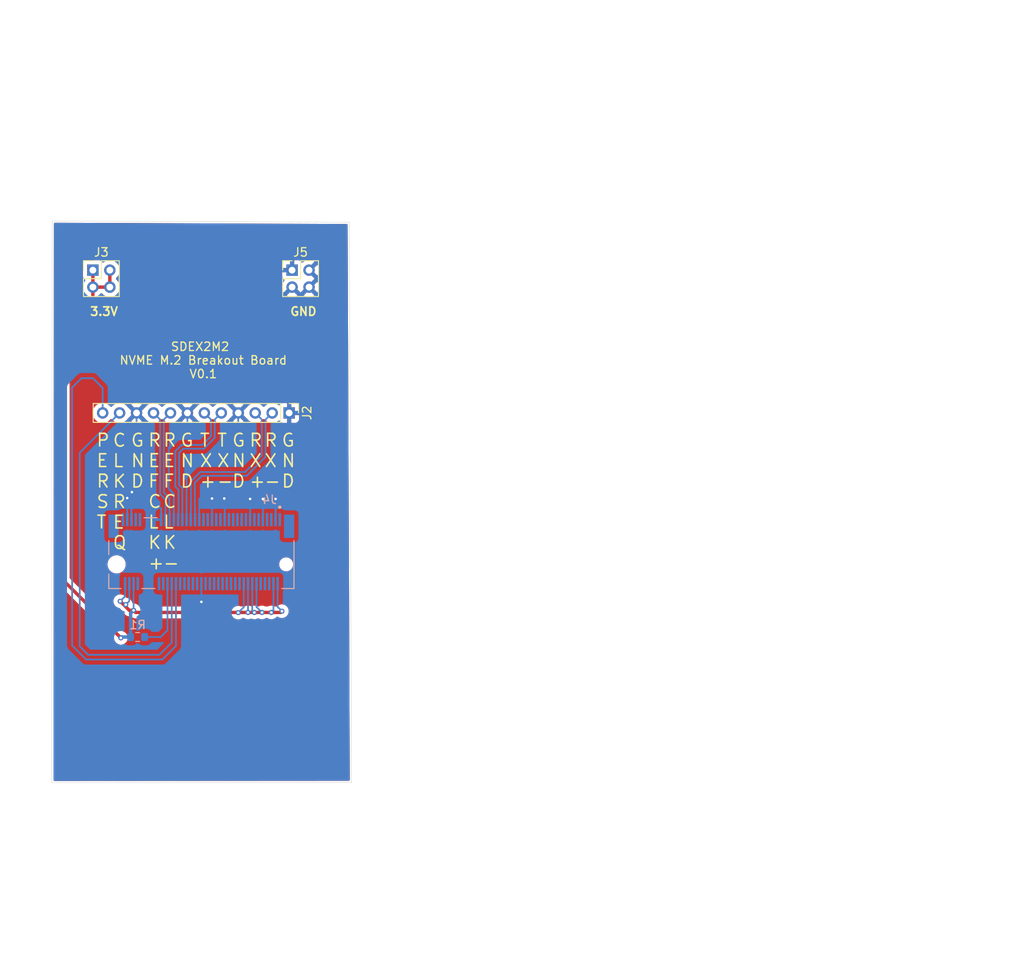
<source format=kicad_pcb>
(kicad_pcb (version 20241229) (generator "pcbnew") (generator_version "9.0")
  (layers (0 "F.Cu" signal) (2 "B.Cu" signal) (13 "F.Paste" user) (15 "B.Paste" user) (5 "F.SilkS" user "F.Silkscreen") (7 "B.SilkS" user "B.Silkscreen") (1 "F.Mask" user) (3 "B.Mask" user) (25 "Edge.Cuts" user))
  (net 0 "")
  (net 1 "/TX+")
  (net 2 "/TX-")
  (net 3 "/RX+")
  (net 4 "GND")
  (net 5 "/RX-")
  (net 6 "/REFCLK+")
  (net 7 "/REFCLK-")
  (net 8 "/PERST")
  (net 9 "/CLKREQ")
  (net 10 "/3.3V")
  (net 43 "Net-(J4-Pad54)")
  (footprint "Connector_PinHeader_2.00mm:PinHeader_1x12_P2.00mm_Vertical" (layer "F.Cu") (at 151.35 126.45 -90)
    (property "Reference" "J2" (at 0 -2.11 90) (layer "F.SilkS"))
    (property "Value" "Conn_01x12_Pin")
    (fp_line (start -1.11 23.11) (end 1.11 23.11) (stroke (width 0.12)) (layer "F.SilkS"))
    (fp_line (start -1.11 1) (end -1.11 23.11) (stroke (width 0.12)) (layer "F.SilkS"))
    (fp_line (start -1.11 1) (end 1.11 1) (stroke (width 0.12)) (layer "F.SilkS"))
    (fp_line (start 1.11 1) (end 1.11 23.11) (stroke (width 0.12)) (layer "F.SilkS"))
    (fp_line (start -1.11 0) (end -1.11 -1.11) (stroke (width 0.12)) (layer "F.SilkS"))
    (fp_line (start -1.11 -1.11) (end 0 -1.11) (stroke (width 0.12)) (layer "F.SilkS"))
    (pad "1" thru_hole rect (at 0 0 270) (size 1.35 1.35) (drill 0.8) (layers "*.Cu" "*.Mask") (net 4 "GND"))
    (pad "2" thru_hole circle (at 0 2 270) (size 1.35 1.35) (drill 0.8) (layers "*.Cu" "*.Mask") (net 5 "/RX-"))
    (pad "3" thru_hole circle (at 0 4 270) (size 1.35 1.35) (drill 0.8) (layers "*.Cu" "*.Mask") (net 3 "/RX+"))
    (pad "4" thru_hole circle (at 0 6 270) (size 1.35 1.35) (drill 0.8) (layers "*.Cu" "*.Mask") (net 4 "GND"))
    (pad "5" thru_hole circle (at 0 8 270) (size 1.35 1.35) (drill 0.8) (layers "*.Cu" "*.Mask") (net 2 "/TX-"))
    (pad "6" thru_hole circle (at 0 10 270) (size 1.35 1.35) (drill 0.8) (layers "*.Cu" "*.Mask") (net 1 "/TX+"))
    (pad "7" thru_hole circle (at 0 12 270) (size 1.35 1.35) (drill 0.8) (layers "*.Cu" "*.Mask") (net 4 "GND"))
    (pad "8" thru_hole circle (at 0 14 270) (size 1.35 1.35) (drill 0.8) (layers "*.Cu" "*.Mask") (net 7 "/REFCLK-"))
    (pad "9" thru_hole circle (at 0 16 270) (size 1.35 1.35) (drill 0.8) (layers "*.Cu" "*.Mask") (net 6 "/REFCLK+"))
    (pad "10" thru_hole circle (at 0 18 270) (size 1.35 1.35) (drill 0.8) (layers "*.Cu" "*.Mask") (net 4 "GND"))
    (pad "11" thru_hole circle (at 0 20 270) (size 1.35 1.35) (drill 0.8) (layers "*.Cu" "*.Mask") (net 9 "/CLKREQ"))
    (pad "12" thru_hole circle (at 0 22 270) (size 1.35 1.35) (drill 0.8) (layers "*.Cu" "*.Mask") (net 8 "/PERST"))
  )
  (footprint "Connector_PinHeader_2.00mm:PinHeader_2x02_P2.00mm_Vertical" (layer "F.Cu") (at 128.2 109.6)
    (property "Reference" "J3" (at 1 -2.11 0) (layer "F.SilkS"))
    (property "Value" "Conn_02x02_Counter_Clockwise")
    (fp_line (start -1.11 -1.11) (end 0 -1.11) (stroke (width 0.12)) (layer "F.SilkS"))
    (fp_line (start -1.11 0) (end -1.11 -1.11) (stroke (width 0.12)) (layer "F.SilkS"))
    (fp_line (start -1.11 1) (end -1.11 3.11) (stroke (width 0.12)) (layer "F.SilkS"))
    (fp_line (start -1.11 1) (end 1 1) (stroke (width 0.12)) (layer "F.SilkS"))
    (fp_line (start -1.11 3.11) (end 3.11 3.11) (stroke (width 0.12)) (layer "F.SilkS"))
    (fp_line (start 1 -1.11) (end 3.11 -1.11) (stroke (width 0.12)) (layer "F.SilkS"))
    (fp_line (start 1 1) (end 1 -1.11) (stroke (width 0.12)) (layer "F.SilkS"))
    (fp_line (start 3.11 -1.11) (end 3.11 3.11) (stroke (width 0.12)) (layer "F.SilkS"))
    (pad "1" thru_hole rect (at 0 0) (size 1.35 1.35) (drill 0.8) (layers "*.Cu" "*.Mask") (net 10 "/3.3V"))
    (pad "2" thru_hole circle (at 2 0) (size 1.35 1.35) (drill 0.8) (layers "*.Cu" "*.Mask") (net 10 "/3.3V"))
    (pad "3" thru_hole circle (at 0 2) (size 1.35 1.35) (drill 0.8) (layers "*.Cu" "*.Mask") (net 10 "/3.3V"))
    (pad "4" thru_hole circle (at 2 2) (size 1.35 1.35) (drill 0.8) (layers "*.Cu" "*.Mask") (net 10 "/3.3V"))
  )
  (footprint "Connector_PinHeader_2.00mm:PinHeader_2x02_P2.00mm_Vertical" (layer "F.Cu") (at 151.7 109.6)
    (property "Reference" "J5" (at 1 -2.11 0) (layer "F.SilkS"))
    (property "Value" "Conn_02x02_Counter_Clockwise")
    (fp_line (start -1.11 -1.11) (end 0 -1.11) (stroke (width 0.12)) (layer "F.SilkS"))
    (fp_line (start -1.11 0) (end -1.11 -1.11) (stroke (width 0.12)) (layer "F.SilkS"))
    (fp_line (start -1.11 1) (end -1.11 3.11) (stroke (width 0.12)) (layer "F.SilkS"))
    (fp_line (start -1.11 1) (end 1 1) (stroke (width 0.12)) (layer "F.SilkS"))
    (fp_line (start -1.11 3.11) (end 3.11 3.11) (stroke (width 0.12)) (layer "F.SilkS"))
    (fp_line (start 1 -1.11) (end 3.11 -1.11) (stroke (width 0.12)) (layer "F.SilkS"))
    (fp_line (start 1 1) (end 1 -1.11) (stroke (width 0.12)) (layer "F.SilkS"))
    (fp_line (start 3.11 -1.11) (end 3.11 3.11) (stroke (width 0.12)) (layer "F.SilkS"))
    (pad "1" thru_hole rect (at 0 0) (size 1.35 1.35) (drill 0.8) (layers "*.Cu" "*.Mask") (net 4 "GND"))
    (pad "2" thru_hole circle (at 2 0) (size 1.35 1.35) (drill 0.8) (layers "*.Cu" "*.Mask") (net 4 "GND"))
    (pad "3" thru_hole circle (at 0 2) (size 1.35 1.35) (drill 0.8) (layers "*.Cu" "*.Mask") (net 4 "GND"))
    (pad "4" thru_hole circle (at 2 2) (size 1.35 1.35) (drill 0.8) (layers "*.Cu" "*.Mask") (net 4 "GND"))
  )
  (footprint "10130616-067R2LF:AMPHENOL_10130616-067R2LF" (layer "B.Cu") (at 141 144.325 180)
    (property "Reference" "J4" (at -8.025 7.635 0) (layer "B.SilkS") (effects (justify mirror)))
    (property "Value" "10130616-067R2LF")
    (fp_line (start 10.925 1.145) (end 10.925 2.805) (stroke (width 0.127)) (layer "B.SilkS"))
    (fp_line (start 10.925 -2.85) (end 10.925 -1.145) (stroke (width 0.127)) (layer "B.SilkS"))
    (fp_line (start 9.47 -2.85) (end 10.925 -2.85) (stroke (width 0.127)) (layer "B.SilkS"))
    (fp_line (start 5.47 -2.85) (end 7.03 -2.85) (stroke (width 0.127)) (layer "B.SilkS"))
    (fp_line (start 5.22 5.5) (end 6.78 5.5) (stroke (width 0.127)) (layer "B.SilkS"))
    (fp_line (start -10.925 -2.85) (end -9.47 -2.85) (stroke (width 0.127)) (layer "B.SilkS"))
    (fp_line (start -10.925 -2.85) (end -10.925 2.805) (stroke (width 0.127)) (layer "B.SilkS"))
    (fp_circle (center -9.25 6.75) (end -9.15 6.75) (stroke (width 0.2)) (fill no) (layer "B.SilkS"))
    (pad "" np_thru_hole circle (at -10 0 180) (size 1.15 1.15) (drill 1.15) (layers "*.Cu" "*.Mask"))
    (pad "" np_thru_hole circle (at 10 0 180) (size 1.65 1.65) (drill 1.65) (layers "*.Cu" "*.Mask"))
    (pad "1" smd rect (at -9.25 5.275 180) (size 0.3 1.55) (layers "B.Cu" "B.Mask" "B.Paste"))
    (pad "2" smd rect (at -9 -2.275 180) (size 0.3 1.55) (layers "B.Cu" "B.Mask" "B.Paste") (net 10 "/3.3V"))
    (pad "3" smd rect (at -8.75 5.275 180) (size 0.3 1.55) (layers "B.Cu" "B.Mask" "B.Paste") (net 4 "GND"))
    (pad "4" smd rect (at -8.5 -2.275 180) (size 0.3 1.55) (layers "B.Cu" "B.Mask" "B.Paste") (net 10 "/3.3V"))
    (pad "5" smd rect (at -8.25 5.275 180) (size 0.3 1.55) (layers "B.Cu" "B.Mask" "B.Paste"))
    (pad "6" smd rect (at -8 -2.275 180) (size 0.3 1.55) (layers "B.Cu" "B.Mask" "B.Paste"))
    (pad "7" smd rect (at -7.75 5.275 180) (size 0.3 1.55) (layers "B.Cu" "B.Mask" "B.Paste"))
    (pad "8" smd rect (at -7.5 -2.275 180) (size 0.3 1.55) (layers "B.Cu" "B.Mask" "B.Paste"))
    (pad "9" smd rect (at -7.25 5.275 180) (size 0.3 1.55) (layers "B.Cu" "B.Mask" "B.Paste") (net 4 "GND"))
    (pad "10" smd rect (at -7 -2.275 180) (size 0.3 1.55) (layers "B.Cu" "B.Mask" "B.Paste"))
    (pad "11" smd rect (at -6.75 5.275 180) (size 0.3 1.55) (layers "B.Cu" "B.Mask" "B.Paste"))
    (pad "12" smd rect (at -6.5 -2.275 180) (size 0.3 1.55) (layers "B.Cu" "B.Mask" "B.Paste") (net 10 "/3.3V"))
    (pad "13" smd rect (at -6.25 5.275 180) (size 0.3 1.55) (layers "B.Cu" "B.Mask" "B.Paste"))
    (pad "14" smd rect (at -6 -2.275 180) (size 0.3 1.55) (layers "B.Cu" "B.Mask" "B.Paste") (net 10 "/3.3V"))
    (pad "15" smd rect (at -5.75 5.275 180) (size 0.3 1.55) (layers "B.Cu" "B.Mask" "B.Paste") (net 4 "GND"))
    (pad "16" smd rect (at -5.5 -2.275 180) (size 0.3 1.55) (layers "B.Cu" "B.Mask" "B.Paste") (net 10 "/3.3V"))
    (pad "17" smd rect (at -5.25 5.275 180) (size 0.3 1.55) (layers "B.Cu" "B.Mask" "B.Paste"))
    (pad "18" smd rect (at -5 -2.275 180) (size 0.3 1.55) (layers "B.Cu" "B.Mask" "B.Paste") (net 10 "/3.3V"))
    (pad "19" smd rect (at -4.75 5.275 180) (size 0.3 1.55) (layers "B.Cu" "B.Mask" "B.Paste"))
    (pad "20" smd rect (at -4.5 -2.275 180) (size 0.3 1.55) (layers "B.Cu" "B.Mask" "B.Paste"))
    (pad "21" smd rect (at -4.25 5.275 180) (size 0.3 1.55) (layers "B.Cu" "B.Mask" "B.Paste"))
    (pad "22" smd rect (at -4 -2.275 180) (size 0.3 1.55) (layers "B.Cu" "B.Mask" "B.Paste"))
    (pad "23" smd rect (at -3.75 5.275 180) (size 0.3 1.55) (layers "B.Cu" "B.Mask" "B.Paste"))
    (pad "24" smd rect (at -3.5 -2.275 180) (size 0.3 1.55) (layers "B.Cu" "B.Mask" "B.Paste"))
    (pad "25" smd rect (at -3.25 5.275 180) (size 0.3 1.55) (layers "B.Cu" "B.Mask" "B.Paste"))
    (pad "26" smd rect (at -3 -2.275 180) (size 0.3 1.55) (layers "B.Cu" "B.Mask" "B.Paste"))
    (pad "27" smd rect (at -2.75 5.275 180) (size 0.3 1.55) (layers "B.Cu" "B.Mask" "B.Paste") (net 4 "GND"))
    (pad "28" smd rect (at -2.5 -2.275 180) (size 0.3 1.55) (layers "B.Cu" "B.Mask" "B.Paste"))
    (pad "29" smd rect (at -2.25 5.275 180) (size 0.3 1.55) (layers "B.Cu" "B.Mask" "B.Paste"))
    (pad "30" smd rect (at -2 -2.275 180) (size 0.3 1.55) (layers "B.Cu" "B.Mask" "B.Paste"))
    (pad "31" smd rect (at -1.75 5.275 180) (size 0.3 1.55) (layers "B.Cu" "B.Mask" "B.Paste"))
    (pad "32" smd rect (at -1.5 -2.275 180) (size 0.3 1.55) (layers "B.Cu" "B.Mask" "B.Paste"))
    (pad "33" smd rect (at -1.25 5.275 180) (size 0.3 1.55) (layers "B.Cu" "B.Mask" "B.Paste") (net 4 "GND"))
    (pad "34" smd rect (at -1 -2.275 180) (size 0.3 1.55) (layers "B.Cu" "B.Mask" "B.Paste"))
    (pad "35" smd rect (at -0.75 5.275 180) (size 0.3 1.55) (layers "B.Cu" "B.Mask" "B.Paste"))
    (pad "36" smd rect (at -0.5 -2.275 180) (size 0.3 1.55) (layers "B.Cu" "B.Mask" "B.Paste"))
    (pad "37" smd rect (at -0.25 5.275 180) (size 0.3 1.55) (layers "B.Cu" "B.Mask" "B.Paste"))
    (pad "38" smd rect (at 0 -2.275 180) (size 0.3 1.55) (layers "B.Cu" "B.Mask" "B.Paste") (net 4 "GND"))
    (pad "39" smd rect (at 0.25 5.275 180) (size 0.3 1.55) (layers "B.Cu" "B.Mask" "B.Paste") (net 4 "GND"))
    (pad "40" smd rect (at 0.5 -2.275 180) (size 0.3 1.55) (layers "B.Cu" "B.Mask" "B.Paste"))
    (pad "41" smd rect (at 0.75 5.275 180) (size 0.3 1.55) (layers "B.Cu" "B.Mask" "B.Paste") (net 5 "/RX-"))
    (pad "42" smd rect (at 1 -2.275 180) (size 0.3 1.55) (layers "B.Cu" "B.Mask" "B.Paste"))
    (pad "43" smd rect (at 1.25 5.275 180) (size 0.3 1.55) (layers "B.Cu" "B.Mask" "B.Paste") (net 3 "/RX+"))
    (pad "44" smd rect (at 1.5 -2.275 180) (size 0.3 1.55) (layers "B.Cu" "B.Mask" "B.Paste"))
    (pad "45" smd rect (at 1.75 5.275 180) (size 0.3 1.55) (layers "B.Cu" "B.Mask" "B.Paste") (net 4 "GND"))
    (pad "46" smd rect (at 2 -2.275 180) (size 0.3 1.55) (layers "B.Cu" "B.Mask" "B.Paste"))
    (pad "47" smd rect (at 2.25 5.275 180) (size 0.3 1.55) (layers "B.Cu" "B.Mask" "B.Paste") (net 2 "/TX-"))
    (pad "48" smd rect (at 2.5 -2.275 180) (size 0.3 1.55) (layers "B.Cu" "B.Mask" "B.Paste"))
    (pad "49" smd rect (at 2.75 5.275 180) (size 0.3 1.55) (layers "B.Cu" "B.Mask" "B.Paste") (net 1 "/TX+"))
    (pad "50" smd rect (at 3 -2.275 180) (size 0.3 1.55) (layers "B.Cu" "B.Mask" "B.Paste") (net 8 "/PERST"))
    (pad "51" smd rect (at 3.25 5.275 180) (size 0.3 1.55) (layers "B.Cu" "B.Mask" "B.Paste") (net 4 "GND"))
    (pad "52" smd rect (at 3.5 -2.275 180) (size 0.3 1.55) (layers "B.Cu" "B.Mask" "B.Paste") (net 9 "/CLKREQ"))
    (pad "53" smd rect (at 3.75 5.275 180) (size 0.3 1.55) (layers "B.Cu" "B.Mask" "B.Paste") (net 7 "/REFCLK-"))
    (pad "54" smd rect (at 4 -2.275 180) (size 0.3 1.55) (layers "B.Cu" "B.Mask" "B.Paste") (net 43 "Net-(J4-Pad54)"))
    (pad "55" smd rect (at 4.25 5.275 180) (size 0.3 1.55) (layers "B.Cu" "B.Mask" "B.Paste") (net 6 "/REFCLK+"))
    (pad "56" smd rect (at 4.5 -2.275 180) (size 0.3 1.55) (layers "B.Cu" "B.Mask" "B.Paste"))
    (pad "57" smd rect (at 4.75 5.275 180) (size 0.3 1.55) (layers "B.Cu" "B.Mask" "B.Paste") (net 4 "GND"))
    (pad "58" smd rect (at 5 -2.275 180) (size 0.3 1.55) (layers "B.Cu" "B.Mask" "B.Paste"))
    (pad "67" smd rect (at 7.25 5.275 180) (size 0.3 1.55) (layers "B.Cu" "B.Mask" "B.Paste"))
    (pad "68" smd rect (at 7.5 -2.275 180) (size 0.3 1.55) (layers "B.Cu" "B.Mask" "B.Paste"))
    (pad "69" smd rect (at 7.75 5.275 180) (size 0.3 1.55) (layers "B.Cu" "B.Mask" "B.Paste"))
    (pad "70" smd rect (at 8 -2.275 180) (size 0.3 1.55) (layers "B.Cu" "B.Mask" "B.Paste") (net 10 "/3.3V"))
    (pad "71" smd rect (at 8.25 5.275 180) (size 0.3 1.55) (layers "B.Cu" "B.Mask" "B.Paste") (net 4 "GND"))
    (pad "72" smd rect (at 8.5 -2.275 180) (size 0.3 1.55) (layers "B.Cu" "B.Mask" "B.Paste") (net 10 "/3.3V"))
    (pad "73" smd rect (at 8.75 5.275 180) (size 0.3 1.55) (layers "B.Cu" "B.Mask" "B.Paste") (net 4 "GND"))
    (pad "74" smd rect (at 9 -2.275 180) (size 0.3 1.55) (layers "B.Cu" "B.Mask" "B.Paste") (net 10 "/3.3V"))
    (pad "75" smd rect (at 9.25 5.275 180) (size 0.3 1.55) (layers "B.Cu" "B.Mask" "B.Paste"))
    (pad "SH1" smd rect (at -10.35 4.5 180) (size 1.2 2.75) (layers "B.Cu" "B.Mask" "B.Paste"))
    (pad "SH2" smd rect (at 10.35 4.5 180) (size 1.2 2.75) (layers "B.Cu" "B.Mask" "B.Paste"))
  )
  (footprint "Resistor_SMD:R_0603_1608Metric" (layer "B.Cu") (at 133.475 152.9 180)
    (property "Reference" "R1" (at 0 1.43 0) (layer "B.SilkS") (effects (justify mirror)))
    (property "Value" "R_Small (Pull-Up) 33kΩ")
    (fp_line (start -0.237258 0.5225) (end 0.237258 0.5225) (stroke (width 0.12)) (layer "B.SilkS"))
    (fp_line (start -0.237258 -0.5225) (end 0.237258 -0.5225) (stroke (width 0.12)) (layer "B.SilkS"))
    (pad "1" smd roundrect (at -0.825 0 180) (size 0.8 0.95) (layers "B.Cu" "B.Mask" "B.Paste") (net 43 "Net-(J4-Pad54)"))
    (pad "2" smd roundrect (at 0.825 0 180) (size 0.8 0.95) (layers "B.Cu" "B.Mask" "B.Paste") (net 10 "/3.3V"))
  )
  (gr_line (start 123.35 170.09) (end 158.71 170.07) (stroke (width 0.05)) (layer "Edge.Cuts"))
  (gr_line (start 158.45 103.95) (end 158.71 170.07) (stroke (width 0.05)) (layer "Edge.Cuts"))
  (gr_line (start 123.4 103.8) (end 123.35 170.09) (stroke (width 0.05)) (layer "Edge.Cuts"))
  (gr_line (start 123.4 103.8) (end 158.45 103.95) (stroke (width 0.05)) (layer "Edge.Cuts"))
  (gr_text "3.3V" (at 127.762 115.062 0) (layer "F.SilkS") (effects (font (size 1 1) (thickness 0.2) (bold yes)) (justify left bottom)))
  (gr_text "GND" (at 151.384 115.062 0) (layer "F.SilkS") (effects (font (size 1 1) (thickness 0.2) (bold yes)) (justify left bottom)))
  (gr_text "T\nX\n+" (at 140.716 135.382 0) (layer "F.SilkS") (effects (font (size 1.5 1.5) (thickness 0.1875)) (justify left bottom)))
  (gr_text "R\nX\n+" (at 146.558 135.382 0) (layer "F.SilkS") (effects (font (size 1.5 1.5) (thickness 0.1875)) (justify left bottom)))
  (gr_text "SDEX2M2 \nNVME M.2 Breakout Board\nV0.1" (at 141.224 122.428 0) (layer "F.SilkS") (effects (font (size 1 1)) (justify bottom)))
  (gr_text "G\nN\nD" (at 150.368 135.382 0) (layer "F.SilkS") (effects (font (size 1.5 1.5) (thickness 0.1875)) (justify left bottom)))
  (gr_text "G\nN\nD" (at 138.43 135.382 0) (layer "F.SilkS") (effects (font (size 1.5 1.5) (thickness 0.1875)) (justify left bottom)))
  (gr_text "P\nE\nR\nS\nT" (at 128.524 140.208 0) (layer "F.SilkS") (effects (font (size 1.5 1.5) (thickness 0.1875)) (justify left bottom)))
  (gr_text "G\nN\nD" (at 132.588 135.382 0) (layer "F.SilkS") (effects (font (size 1.5 1.5) (thickness 0.1875)) (justify left bottom)))
  (gr_text "G\nN\nD" (at 144.526 135.382 0) (layer "F.SilkS") (effects (font (size 1.5 1.5) (thickness 0.1875)) (justify left bottom)))
  (gr_text "R\nE\nF\nC\nL\nK\n+" (at 134.62 145.034 0) (layer "F.SilkS") (effects (font (size 1.5 1.5) (thickness 0.1875)) (justify left bottom)))
  (gr_text "T\nX\n-" (at 142.748 135.382 0) (layer "F.SilkS") (effects (font (size 1.5 1.5) (thickness 0.1875)) (justify left bottom)))
  (gr_text "R\nE\nF\nC\nL\nK\n-" (at 136.398 145.034 0) (layer "F.SilkS") (effects (font (size 1.5 1.5) (thickness 0.1875)) (justify left bottom)))
  (gr_text "R\nX\n-" (at 148.336 135.382 0) (layer "F.SilkS") (effects (font (size 1.5 1.5) (thickness 0.1875)) (justify left bottom)))
  (gr_text "C\nL\nK\nR\nE\nQ" (at 130.451552 142.634195 0) (layer "F.SilkS") (effects (font (size 1.5 1.5) (thickness 0.1875)) (justify left bottom)))
  (segment (start 138.299999 139.000001) (end 138.25 139.05) (width 0.2) (layer "B.Cu") (net 1))
  (segment (start 137.925 130.956802) (end 137.925 135.143198) (width 0.2) (layer "B.Cu") (net 1))
  (segment (start 141.35 126.45) (end 142.124999 127.224999) (width 0.2) (layer "B.Cu") (net 1))
  (segment (start 142.124999 129.206803) (end 141.106802 130.225) (width 0.2) (layer "B.Cu") (net 1))
  (segment (start 141.106802 130.225) (end 138.656802 130.225) (width 0.2) (layer "B.Cu") (net 1))
  (segment (start 138.299999 135.518197) (end 138.299999 139.000001) (width 0.2) (layer "B.Cu") (net 1))
  (segment (start 142.124999 127.224999) (end 142.124999 129.206803) (width 0.2) (layer "B.Cu") (net 1))
  (segment (start 138.656802 130.225) (end 137.925 130.956802) (width 0.2) (layer "B.Cu") (net 1))
  (segment (start 137.925 135.143198) (end 138.299999 135.518197) (width 0.2) (layer "B.Cu") (net 1))
  (segment (start 138.375 134.956802) (end 138.75 135.331802) (width 0.2) (layer "B.Cu") (net 2))
  (segment (start 143.35 126.45) (end 142.575001 127.224999) (width 0.2) (layer "B.Cu") (net 2))
  (segment (start 138.375 131.143198) (end 138.375 134.956802) (width 0.2) (layer "B.Cu") (net 2))
  (segment (start 142.575001 127.224999) (end 142.575001 129.393197) (width 0.2) (layer "B.Cu") (net 2))
  (segment (start 138.843198 130.675) (end 138.375 131.143198) (width 0.2) (layer "B.Cu") (net 2))
  (segment (start 138.75 135.331802) (end 138.75 139.05) (width 0.2) (layer "B.Cu") (net 2))
  (segment (start 141.293198 130.675) (end 138.843198 130.675) (width 0.2) (layer "B.Cu") (net 2))
  (segment (start 142.575001 129.393197) (end 141.293198 130.675) (width 0.2) (layer "B.Cu") (net 2))
  (segment (start 146.156802 133.425) (end 148.124999 131.456803) (width 0.2) (layer "B.Cu") (net 3))
  (segment (start 148.124999 127.224999) (end 147.35 126.45) (width 0.2) (layer "B.Cu") (net 3))
  (segment (start 148.124999 131.456803) (end 148.124999 127.224999) (width 0.2) (layer "B.Cu") (net 3))
  (segment (start 139.775 134.506802) (end 140.856802 133.425) (width 0.2) (layer "B.Cu") (net 3))
  (segment (start 140.856802 133.425) (end 146.156802 133.425) (width 0.2) (layer "B.Cu") (net 3))
  (segment (start 139.75 139.05) (end 139.75 137.887499) (width 0.2) (layer "B.Cu") (net 3))
  (segment (start 139.75 137.887499) (end 139.775 137.862499) (width 0.2) (layer "B.Cu") (net 3))
  (segment (start 139.775 137.862499) (end 139.775 134.506802) (width 0.2) (layer "B.Cu") (net 3))
  (via (at 148.25 136.6) (size 0.6) (drill 0.3) (layers "F.Cu" "B.Cu") (net 4))
  (via (at 146.75 136.6) (size 0.6) (drill 0.3) (layers "F.Cu" "B.Cu") (net 4))
  (via (at 132.25 136.5) (size 0.6) (drill 0.3) (layers "F.Cu" "B.Cu") (net 4))
  (via (at 132.8 135.8) (size 0.6) (drill 0.3) (layers "F.Cu" "B.Cu") (net 4))
  (via (at 143.7 136.55) (size 0.6) (drill 0.3) (layers "F.Cu" "B.Cu") (net 4))
  (via (at 141 148.75) (size 0.6) (drill 0.3) (layers "F.Cu" "B.Cu") (net 4))
  (via (at 142.25 136.55) (size 0.6) (drill 0.3) (layers "F.Cu" "B.Cu") (net 4))
  (via (at 149.75 136.6) (size 0.6) (drill 0.3) (layers "F.Cu" "B.Cu") (net 4))
  (segment (start 146.75 139.05) (end 146.75 136.6) (width 0.2) (layer "B.Cu") (net 4))
  (segment (start 147.65 134.75) (end 147.7 134.8) (width 0.2) (layer "B.Cu") (net 4))
  (segment (start 132.25 139.05) (end 132.25 136.5) (width 0.2) (layer "B.Cu") (net 4))
  (segment (start 139.25 139.05) (end 139.25 133.65) (width 0.2) (layer "B.Cu") (net 4))
  (segment (start 133.35 129.35) (end 133.35 126.45) (width 0.2) (layer "B.Cu") (net 4))
  (segment (start 135.6 131.6) (end 133.35 129.35) (width 0.2) (layer "B.Cu") (net 4))
  (segment (start 136.25 139.05) (end 136.25 137.75) (width 0.2) (layer "B.Cu") (net 4))
  (segment (start 142.6 134.75) (end 147.65 134.75) (width 0.2) (layer "B.Cu") (net 4))
  (segment (start 148.25 139.05) (end 148.25 136.6) (width 0.2) (layer "B.Cu") (net 4))
  (segment (start 156.67 137.98) (end 156.68 137.97) (width 0.2) (layer "B.Cu") (net 4))
  (segment (start 138.15 129.55) (end 138.85 129.55) (width 0.2) (layer "B.Cu") (net 4))
  (segment (start 143.75 139.05) (end 143.75 136.6) (width 0.2) (layer "B.Cu") (net 4))
  (segment (start 132.75 135.85) (end 132.8 135.8) (width 0.2) (layer "B.Cu") (net 4))
  (segment (start 145.35 131.85) (end 145.35 126.45) (width 0.2) (layer "B.Cu") (net 4))
  (segment (start 151.35 131.15) (end 151.35 126.45) (width 0.2) (layer "B.Cu") (net 4))
  (segment (start 149.75 139.05) (end 149.75 136.6) (width 0.2) (layer "B.Cu") (net 4))
  (segment (start 132.75 139.05) (end 132.75 135.85) (width 0.2) (layer "B.Cu") (net 4))
  (segment (start 137.75 136) (end 137.75 139.05) (width 0.2) (layer "B.Cu") (net 4))
  (segment (start 139.35 129.05) (end 139.35 126.45) (width 0.2) (layer "B.Cu") (net 4))
  (segment (start 139.25 133.65) (end 140.45 132.45) (width 0.2) (layer "B.Cu") (net 4))
  (segment (start 143.75 136.6) (end 143.7 136.55) (width 0.2) (layer "B.Cu") (net 4))
  (segment (start 137.15 135.4) (end 137.15 130.55) (width 0.2) (layer "B.Cu") (net 4))
  (segment (start 140.45 132.45) (end 144.75 132.45) (width 0.2) (layer "B.Cu") (net 4))
  (segment (start 141 146.6) (end 141 148.75) (width 0.2) (layer "B.Cu") (net 4))
  (segment (start 140.75 136.6) (end 142.6 134.75) (width 0.2) (layer "B.Cu") (net 4))
  (segment (start 137.15 130.55) (end 138.15 129.55) (width 0.2) (layer "B.Cu") (net 4))
  (segment (start 144.75 132.45) (end 145.35 131.85) (width 0.2) (layer "B.Cu") (net 4))
  (segment (start 147.7 134.8) (end 151.35 131.15) (width 0.2) (layer "B.Cu") (net 4))
  (segment (start 140.75 139.05) (end 140.75 136.6) (width 0.2) (layer "B.Cu") (net 4))
  (segment (start 138.85 129.55) (end 139.35 129.05) (width 0.2) (layer "B.Cu") (net 4))
  (segment (start 136.25 137.75) (end 135.6 137.1) (width 0.2) (layer "B.Cu") (net 4))
  (segment (start 135.6 137.1) (end 135.6 131.6) (width 0.2) (layer "B.Cu") (net 4))
  (segment (start 153.75 109.55) (end 153.7 109.6) (width 0.2) (layer "B.Cu") (net 4))
  (segment (start 137.15 135.4) (end 137.75 136) (width 0.2) (layer "B.Cu") (net 4))
  (segment (start 156.66 149.28) (end 156.69 149.25) (width 0.2) (layer "B.Cu") (net 4))
  (segment (start 142.25 139.05) (end 142.25 136.55) (width 0.2) (layer "B.Cu") (net 4))
  (segment (start 148.575001 131.643197) (end 148.575001 127.224999) (width 0.2) (layer "B.Cu") (net 5))
  (segment (start 140.225 137.862499) (end 140.225 134.693198) (width 0.2) (layer "B.Cu") (net 5))
  (segment (start 140.25 139.05) (end 140.25 137.887499) (width 0.2) (layer "B.Cu") (net 5))
  (segment (start 140.25 137.887499) (end 140.225 137.862499) (width 0.2) (layer "B.Cu") (net 5))
  (segment (start 148.575001 127.224999) (end 149.35 126.45) (width 0.2) (layer "B.Cu") (net 5))
  (segment (start 140.225 134.693198) (end 141.043198 133.875) (width 0.2) (layer "B.Cu") (net 5))
  (segment (start 141.043198 133.875) (end 146.343198 133.875) (width 0.2) (layer "B.Cu") (net 5))
  (segment (start 146.343198 133.875) (end 148.575001 131.643197) (width 0.2) (layer "B.Cu") (net 5))
  (segment (start 135.35 126.45) (end 136.124999 127.224999) (width 0.2) (layer "B.Cu") (net 6))
  (segment (start 136.75 137.887499) (end 136.75 139.05) (width 0.2) (layer "B.Cu") (net 6))
  (segment (start 136.124999 127.224999) (end 136.124999 136.043197) (width 0.2) (layer "B.Cu") (net 6))
  (segment (start 136.775 137.862499) (end 136.75 137.887499) (width 0.2) (layer "B.Cu") (net 6))
  (segment (start 136.124999 136.043197) (end 136.775 136.693198) (width 0.2) (layer "B.Cu") (net 6))
  (segment (start 136.775 136.693198) (end 136.775 137.862499) (width 0.2) (layer "B.Cu") (net 6))
  (segment (start 137.225 136.506802) (end 137.225 137.862499) (width 0.2) (layer "B.Cu") (net 7))
  (segment (start 137.25 137.887499) (end 137.25 139.05) (width 0.2) (layer "B.Cu") (net 7))
  (segment (start 137.225 137.862499) (end 137.25 137.887499) (width 0.2) (layer "B.Cu") (net 7))
  (segment (start 136.575001 127.224999) (end 136.575001 135.856803) (width 0.2) (layer "B.Cu") (net 7))
  (segment (start 137.35 126.45) (end 136.575001 127.224999) (width 0.2) (layer "B.Cu") (net 7))
  (segment (start 136.575001 135.856803) (end 137.225 136.506802) (width 0.2) (layer "B.Cu") (net 7))
  (segment (start 125.75 123.45) (end 125.75 153.9) (width 0.2) (layer "B.Cu") (net 8))
  (segment (start 126.85 122.35) (end 125.75 123.45) (width 0.2) (layer "B.Cu") (net 8))
  (segment (start 138 153.95) (end 138 146.6) (width 0.2) (layer "B.Cu") (net 8))
  (segment (start 129.35 123.5) (end 128.2 122.35) (width 0.2) (layer "B.Cu") (net 8))
  (segment (start 127.4 155.55) (end 136.4 155.55) (width 0.2) (layer "B.Cu") (net 8))
  (segment (start 128.2 122.35) (end 126.85 122.35) (width 0.2) (layer "B.Cu") (net 8))
  (segment (start 125.75 153.9) (end 127.4 155.55) (width 0.2) (layer "B.Cu") (net 8))
  (segment (start 136.4 155.55) (end 138 153.95) (width 0.2) (layer "B.Cu") (net 8))
  (segment (start 129.35 126.45) (end 129.35 123.5) (width 0.2) (layer "B.Cu") (net 8))
  (segment (start 126.65 154) (end 126.65 131.15) (width 0.2) (layer "B.Cu") (net 9))
  (segment (start 137.5 153.55) (end 136.05 155) (width 0.2) (layer "B.Cu") (net 9))
  (segment (start 137.5 146.6) (end 137.5 153.55) (width 0.2) (layer "B.Cu") (net 9))
  (segment (start 136.05 155) (end 127.65 155) (width 0.2) (layer "B.Cu") (net 9))
  (segment (start 127.65 155) (end 126.65 154) (width 0.2) (layer "B.Cu") (net 9))
  (segment (start 126.65 131.15) (end 131.35 126.45) (width 0.2) (layer "B.Cu") (net 9))
  (segment (start 133 149.75) (end 133.25 150) (width 0.4) (layer "F.Cu") (net 10))
  (segment (start 124.75 146.25) (end 124.75 118.75) (width 0.4) (layer "F.Cu") (net 10))
  (segment (start 133.25 150) (end 150.35 150) (width 0.4) (layer "F.Cu") (net 10))
  (segment (start 130.2 111.6) (end 130.2 109.6) (width 0.4) (layer "F.Cu") (net 10))
  (segment (start 128.2 111.6) (end 130.2 111.6) (width 0.4) (layer "F.Cu") (net 10))
  (segment (start 150.35 150) (end 150.5 149.85) (width 0.4) (layer "F.Cu") (net 10))
  (segment (start 128.2 114) (end 128.2 109.6) (width 0.4) (layer "F.Cu") (net 10))
  (segment (start 124.75 118.75) (end 128.2 115.3) (width 0.4) (layer "F.Cu") (net 10))
  (segment (start 133 149.75) (end 132.5 149.75) (width 0.4) (layer "F.Cu") (net 10))
  (segment (start 128.2 115.3) (end 128.2 114) (width 0.4) (layer "F.Cu") (net 10))
  (segment (start 131.5 153) (end 124.75 146.25) (width 0.4) (layer "F.Cu") (net 10))
  (segment (start 132.5 149.75) (end 131.425 148.675) (width 0.4) (layer "F.Cu") (net 10))
  (via (at 132.075 149.075) (size 0.6) (drill 0.3) (layers "F.Cu" "B.Cu") (net 10))
  (via (at 145.35 150.025) (size 0.6) (drill 0.3) (layers "F.Cu" "B.Cu") (net 10))
  (via (at 147.25 150) (size 0.6) (drill 0.3) (layers "F.Cu" "B.Cu") (net 10))
  (via (at 131.5 153) (size 0.6) (drill 0.3) (layers "F.Cu" "B.Cu") (net 10))
  (via (at 146.5 150) (size 0.6) (drill 0.3) (layers "F.Cu" "B.Cu") (net 10))
  (via (at 131.425 148.675) (size 0.6) (drill 0.3) (layers "F.Cu" "B.Cu") (net 10))
  (via (at 150.5 149.85) (size 0.6) (drill 0.3) (layers "F.Cu" "B.Cu") (net 10))
  (via (at 148.15 150) (size 0.6) (drill 0.3) (layers "F.Cu" "B.Cu") (net 10))
  (via (at 133 149.75) (size 0.6) (drill 0.3) (layers "F.Cu" "B.Cu") (net 10))
  (via (at 149.25 150) (size 0.6) (drill 0.3) (layers "F.Cu" "B.Cu") (net 10))
  (segment (start 150.5 149.85) (end 150 149.35) (width 0.2) (layer "B.Cu") (net 10))
  (segment (start 146.5 150) (end 146.5 146.6) (width 0.2) (layer "B.Cu") (net 10))
  (segment (start 132 148.1) (end 132 146.6) (width 0.2) (layer "B.Cu") (net 10))
  (segment (start 133 149.75) (end 133 146.6) (width 0.2) (layer "B.Cu") (net 10))
  (segment (start 148.15 150) (end 147.5 149.35) (width 0.2) (layer "B.Cu") (net 10))
  (segment (start 146 149.375) (end 145.35 150.025) (width 0.2) (layer "B.Cu") (net 10))
  (segment (start 131.425 148.675) (end 132 148.1) (width 0.2) (layer "B.Cu") (net 10))
  (segment (start 132.5 148.65) (end 132.5 146.6) (width 0.2) (layer "B.Cu") (net 10))
  (segment (start 147 149.75) (end 147 146.6) (width 0.2) (layer "B.Cu") (net 10))
  (segment (start 149.5 149.75) (end 149.5 146.6) (width 0.2) (layer "B.Cu") (net 10))
  (segment (start 132.65 152.9) (end 131.6 152.9) (width 0.4) (layer "B.Cu") (net 10))
  (segment (start 149.25 150) (end 149.5 149.75) (width 0.2) (layer "B.Cu") (net 10))
  (segment (start 146 146.6) (end 146 149.375) (width 0.2) (layer "B.Cu") (net 10))
  (segment (start 132.65 152.9) (end 132.65 150.1) (width 0.4) (layer "B.Cu") (net 10))
  (segment (start 150 149.35) (end 150 146.6) (width 0.2) (layer "B.Cu") (net 10))
  (segment (start 147.5 149.35) (end 147.5 146.6) (width 0.2) (layer "B.Cu") (net 10))
  (segment (start 132.65 150.1) (end 133 149.75) (width 0.4) (layer "B.Cu") (net 10))
  (segment (start 131.6 152.9) (end 131.5 153) (width 0.4) (layer "B.Cu") (net 10))
  (segment (start 147.25 150) (end 147 149.75) (width 0.2) (layer "B.Cu") (net 10))
  (segment (start 132.075 149.075) (end 132.5 148.65) (width 0.2) (layer "B.Cu") (net 10))
  (segment (start 137 152.1) (end 136.2 152.9) (width 0.2) (layer "B.Cu") (net 43))
  (segment (start 136.2 152.9) (end 134.3 152.9) (width 0.2) (layer "B.Cu") (net 43))
  (segment (start 137 146.6) (end 137 152.1) (width 0.2) (layer "B.Cu") (net 43))
  (zone (net 4) (net_name "GND") (layer "F.Cu") (connect_pads (clearance 0.5)) (min_thickness 0.25) (fill yes (thermal_gap 0.5) (thermal_bridge_width 0.5))
    (polygon (pts (xy 158.752579 103.808241) (xy 158.8 170.54) (xy 123.23 170.45) (xy 123.194856 103.658208)))
  )
  (zone (net 4) (net_name "GND") (layer "B.Cu") (priority 1) (connect_pads (clearance 0.5)) (min_thickness 0.25) (fill yes (thermal_gap 0.5) (thermal_bridge_width 0.5))
    (polygon (pts (xy 158.752593 103.802755) (xy 158.8 170.54) (xy 123.23 170.45) (xy 123.194829 103.652722)))
  )
)
</source>
